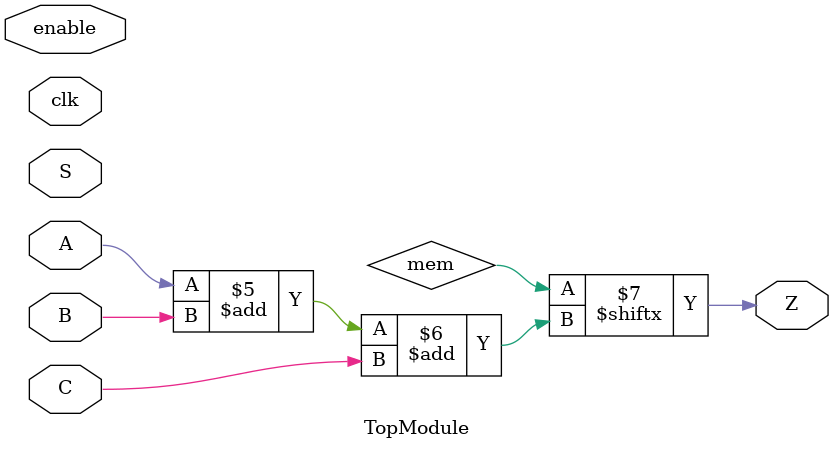
<source format=sv>

module TopModule (
  input clk,
  input enable,
  input S,
  input A,
  input B,
  input C,
  output reg Z
);
always @(posedge clk) begin
  if (enable)
    shift_register[0] <= S; // Assign the input S to Q[0] of the shift register
  for (int i = 1; i < 8; i++)
    shift_register[i] <= shift_register[i-1]; // Shift all other bits in the shift register
end

assign mem [0:7] = shift_register; // Declare mem as a 8-bit vector and assign it to outputs Q[0]...Q[7]

assign Z = mem[(A + B + C)]; // Multiplexer to choose the memory output based on ABC inputs

endmodule

</source>
